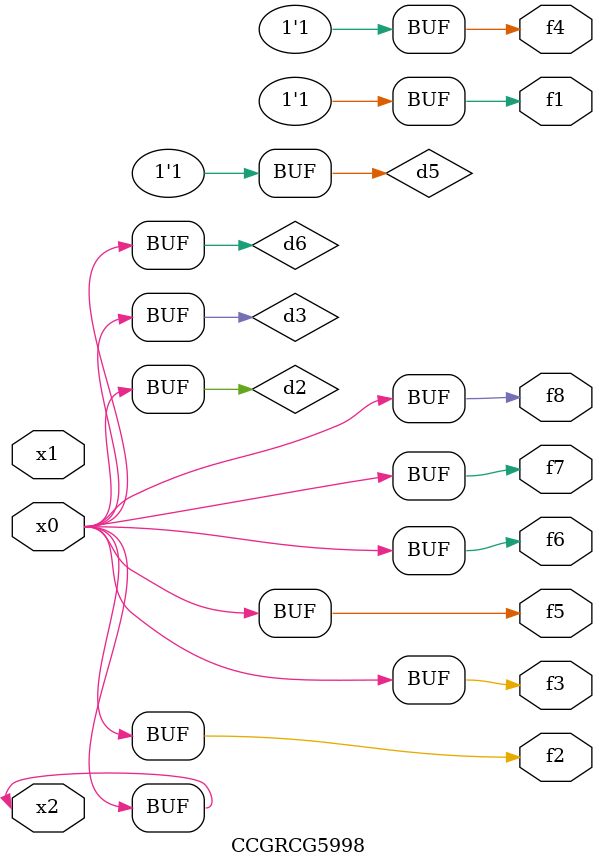
<source format=v>
module CCGRCG5998(
	input x0, x1, x2,
	output f1, f2, f3, f4, f5, f6, f7, f8
);

	wire d1, d2, d3, d4, d5, d6;

	xnor (d1, x2);
	buf (d2, x0, x2);
	and (d3, x0);
	xnor (d4, x1, x2);
	nand (d5, d1, d3);
	buf (d6, d2, d3);
	assign f1 = d5;
	assign f2 = d6;
	assign f3 = d6;
	assign f4 = d5;
	assign f5 = d6;
	assign f6 = d6;
	assign f7 = d6;
	assign f8 = d6;
endmodule

</source>
